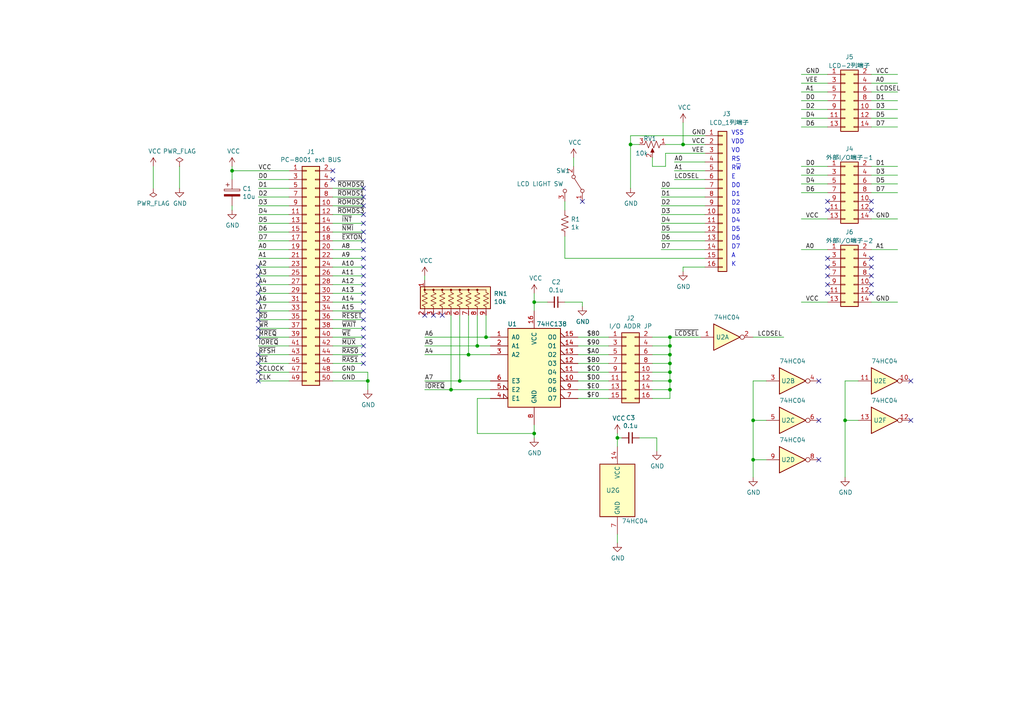
<source format=kicad_sch>
(kicad_sch (version 20230121) (generator eeschema)
  (paper "A4")
  (title_block (title "PC8001 LCD SC1602 BOARD") (date "2023-03-11") (rev "2") (company "KUNI-NET"))
  (lib_symbols
    (symbol "74xx:74HC04"
      (property "Reference" "U" (at 0 1.27 0))
      (property "Value" "74HC04" (at 0 -1.27 0))
      (symbol "74HC04_1_0"
        (polyline (pts (xy -3.81 3.81) (xy -3.81 -3.81) (xy 3.81 0) (xy -3.81 3.81)) (stroke (width 0.254)) (fill (type background)))
        (pin input line (at -7.62 0 0) (length 3.81) (name "~") (number "1"))
        (pin output inverted (at 7.62 0 180) (length 3.81) (name "~") (number "2"))
      )
      (symbol "74HC04_2_0"
        (polyline (pts (xy -3.81 3.81) (xy -3.81 -3.81) (xy 3.81 0) (xy -3.81 3.81)) (stroke (width 0.254)) (fill (type background)))
        (pin input line (at -7.62 0 0) (length 3.81) (name "~") (number "3"))
        (pin output inverted (at 7.62 0 180) (length 3.81) (name "~") (number "4"))
      )
      (symbol "74HC04_3_0"
        (polyline (pts (xy -3.81 3.81) (xy -3.81 -3.81) (xy 3.81 0) (xy -3.81 3.81)) (stroke (width 0.254)) (fill (type background)))
        (pin input line (at -7.62 0 0) (length 3.81) (name "~") (number "5"))
        (pin output inverted (at 7.62 0 180) (length 3.81) (name "~") (number "6"))
      )
      (symbol "74HC04_4_0"
        (polyline (pts (xy -3.81 3.81) (xy -3.81 -3.81) (xy 3.81 0) (xy -3.81 3.81)) (stroke (width 0.254)) (fill (type background)))
        (pin output inverted (at 7.62 0 180) (length 3.81) (name "~") (number "8"))
        (pin input line (at -7.62 0 0) (length 3.81) (name "~") (number "9"))
      )
      (symbol "74HC04_5_0"
        (polyline (pts (xy -3.81 3.81) (xy -3.81 -3.81) (xy 3.81 0) (xy -3.81 3.81)) (stroke (width 0.254)) (fill (type background)))
        (pin output inverted (at 7.62 0 180) (length 3.81) (name "~") (number "10"))
        (pin input line (at -7.62 0 0) (length 3.81) (name "~") (number "11"))
      )
      (symbol "74HC04_6_0"
        (polyline (pts (xy -3.81 3.81) (xy -3.81 -3.81) (xy 3.81 0) (xy -3.81 3.81)) (stroke (width 0.254)) (fill (type background)))
        (pin output inverted (at 7.62 0 180) (length 3.81) (name "~") (number "12"))
        (pin input line (at -7.62 0 0) (length 3.81) (name "~") (number "13"))
      )
      (symbol "74HC04_7_0"
        (pin power_in line (at 0 12.7 270) (length 5.08) (name "VCC") (number "14"))
        (pin power_in line (at 0 -12.7 90) (length 5.08) (name "GND") (number "7"))
      )
      (symbol "74HC04_7_1"
        (rectangle (start -5.08 7.62) (end 5.08 -7.62) (stroke (width 0.254)) (fill (type background)))
      )
    )
    (symbol "74xx:74LS138" (pin_names (offset 1.016))
      (property "Reference" "U" (at -7.62 11.43 0))
      (property "Value" "74LS138" (at -7.62 -13.97 0))
      (symbol "74LS138_1_0"
        (pin input line (at -12.7 7.62 0) (length 5.08) (name "A0") (number "1"))
        (pin output output_low (at 12.7 -5.08 180) (length 5.08) (name "O5") (number "10"))
        (pin output output_low (at 12.7 -2.54 180) (length 5.08) (name "O4") (number "11"))
        (pin output output_low (at 12.7 0 180) (length 5.08) (name "O3") (number "12"))
        (pin output output_low (at 12.7 2.54 180) (length 5.08) (name "O2") (number "13"))
        (pin output output_low (at 12.7 5.08 180) (length 5.08) (name "O1") (number "14"))
        (pin output output_low (at 12.7 7.62 180) (length 5.08) (name "O0") (number "15"))
        (pin power_in line (at 0 15.24 270) (length 5.08) (name "VCC") (number "16"))
        (pin input line (at -12.7 5.08 0) (length 5.08) (name "A1") (number "2"))
        (pin input line (at -12.7 2.54 0) (length 5.08) (name "A2") (number "3"))
        (pin input input_low (at -12.7 -10.16 0) (length 5.08) (name "E1") (number "4"))
        (pin input input_low (at -12.7 -7.62 0) (length 5.08) (name "E2") (number "5"))
        (pin input line (at -12.7 -5.08 0) (length 5.08) (name "E3") (number "6"))
        (pin output output_low (at 12.7 -10.16 180) (length 5.08) (name "O7") (number "7"))
        (pin power_in line (at 0 -17.78 90) (length 5.08) (name "GND") (number "8"))
        (pin output output_low (at 12.7 -7.62 180) (length 5.08) (name "O6") (number "9"))
      )
      (symbol "74LS138_1_1"
        (rectangle (start -7.62 10.16) (end 7.62 -12.7) (stroke (width 0.254)) (fill (type background)))
      )
    )
    (symbol "Connector_Generic:Conn_01x16" (pin_names (offset 1.016) hide)
      (property "Reference" "J" (at 0 20.32 0))
      (property "Value" "Conn_01x16" (at 0 -22.86 0))
      (symbol "Conn_01x16_1_1"
        (rectangle (start -1.27 -20.193) (end 0 -20.447) (stroke (width 0.1524)))
        (rectangle (start -1.27 -17.653) (end 0 -17.907) (stroke (width 0.1524)))
        (rectangle (start -1.27 -15.113) (end 0 -15.367) (stroke (width 0.1524)))
        (rectangle (start -1.27 -12.573) (end 0 -12.827) (stroke (width 0.1524)))
        (rectangle (start -1.27 -10.033) (end 0 -10.287) (stroke (width 0.1524)))
        (rectangle (start -1.27 -7.493) (end 0 -7.747) (stroke (width 0.1524)))
        (rectangle (start -1.27 -4.953) (end 0 -5.207) (stroke (width 0.1524)))
        (rectangle (start -1.27 -2.413) (end 0 -2.667) (stroke (width 0.1524)))
        (rectangle (start -1.27 0.127) (end 0 -0.127) (stroke (width 0.1524)))
        (rectangle (start -1.27 2.667) (end 0 2.413) (stroke (width 0.1524)))
        (rectangle (start -1.27 5.207) (end 0 4.953) (stroke (width 0.1524)))
        (rectangle (start -1.27 7.747) (end 0 7.493) (stroke (width 0.1524)))
        (rectangle (start -1.27 10.287) (end 0 10.033) (stroke (width 0.1524)))
        (rectangle (start -1.27 12.827) (end 0 12.573) (stroke (width 0.1524)))
        (rectangle (start -1.27 15.367) (end 0 15.113) (stroke (width 0.1524)))
        (rectangle (start -1.27 17.907) (end 0 17.653) (stroke (width 0.1524)))
        (rectangle (start -1.27 19.05) (end 1.27 -21.59) (stroke (width 0.254)) (fill (type background)))
        (pin passive line (at -5.08 17.78 0) (length 3.81) (name "Pin_1") (number "1"))
        (pin passive line (at -5.08 -5.08 0) (length 3.81) (name "Pin_10") (number "10"))
        (pin passive line (at -5.08 -7.62 0) (length 3.81) (name "Pin_11") (number "11"))
        (pin passive line (at -5.08 -10.16 0) (length 3.81) (name "Pin_12") (number "12"))
        (pin passive line (at -5.08 -12.7 0) (length 3.81) (name "Pin_13") (number "13"))
        (pin passive line (at -5.08 -15.24 0) (length 3.81) (name "Pin_14") (number "14"))
        (pin passive line (at -5.08 -17.78 0) (length 3.81) (name "Pin_15") (number "15"))
        (pin passive line (at -5.08 -20.32 0) (length 3.81) (name "Pin_16") (number "16"))
        (pin passive line (at -5.08 15.24 0) (length 3.81) (name "Pin_2") (number "2"))
        (pin passive line (at -5.08 12.7 0) (length 3.81) (name "Pin_3") (number "3"))
        (pin passive line (at -5.08 10.16 0) (length 3.81) (name "Pin_4") (number "4"))
        (pin passive line (at -5.08 7.62 0) (length 3.81) (name "Pin_5") (number "5"))
        (pin passive line (at -5.08 5.08 0) (length 3.81) (name "Pin_6") (number "6"))
        (pin passive line (at -5.08 2.54 0) (length 3.81) (name "Pin_7") (number "7"))
        (pin passive line (at -5.08 0 0) (length 3.81) (name "Pin_8") (number "8"))
        (pin passive line (at -5.08 -2.54 0) (length 3.81) (name "Pin_9") (number "9"))
      )
    )
    (symbol "Connector_Generic:Conn_02x07_Odd_Even" (pin_names (offset 1.016) hide)
      (property "Reference" "J" (at 1.27 10.16 0))
      (property "Value" "Conn_02x07_Odd_Even" (at 1.27 -10.16 0))
      (symbol "Conn_02x07_Odd_Even_1_1"
        (rectangle (start -1.27 -7.493) (end 0 -7.747) (stroke (width 0.1524)))
        (rectangle (start -1.27 -4.953) (end 0 -5.207) (stroke (width 0.1524)))
        (rectangle (start -1.27 -2.413) (end 0 -2.667) (stroke (width 0.1524)))
        (rectangle (start -1.27 0.127) (end 0 -0.127) (stroke (width 0.1524)))
        (rectangle (start -1.27 2.667) (end 0 2.413) (stroke (width 0.1524)))
        (rectangle (start -1.27 5.207) (end 0 4.953) (stroke (width 0.1524)))
        (rectangle (start -1.27 7.747) (end 0 7.493) (stroke (width 0.1524)))
        (rectangle (start -1.27 8.89) (end 3.81 -8.89) (stroke (width 0.254)) (fill (type background)))
        (rectangle (start 3.81 -7.493) (end 2.54 -7.747) (stroke (width 0.1524)))
        (rectangle (start 3.81 -4.953) (end 2.54 -5.207) (stroke (width 0.1524)))
        (rectangle (start 3.81 -2.413) (end 2.54 -2.667) (stroke (width 0.1524)))
        (rectangle (start 3.81 0.127) (end 2.54 -0.127) (stroke (width 0.1524)))
        (rectangle (start 3.81 2.667) (end 2.54 2.413) (stroke (width 0.1524)))
        (rectangle (start 3.81 5.207) (end 2.54 4.953) (stroke (width 0.1524)))
        (rectangle (start 3.81 7.747) (end 2.54 7.493) (stroke (width 0.1524)))
        (pin passive line (at -5.08 7.62 0) (length 3.81) (name "Pin_1") (number "1"))
        (pin passive line (at 7.62 -2.54 180) (length 3.81) (name "Pin_10") (number "10"))
        (pin passive line (at -5.08 -5.08 0) (length 3.81) (name "Pin_11") (number "11"))
        (pin passive line (at 7.62 -5.08 180) (length 3.81) (name "Pin_12") (number "12"))
        (pin passive line (at -5.08 -7.62 0) (length 3.81) (name "Pin_13") (number "13"))
        (pin passive line (at 7.62 -7.62 180) (length 3.81) (name "Pin_14") (number "14"))
        (pin passive line (at 7.62 7.62 180) (length 3.81) (name "Pin_2") (number "2"))
        (pin passive line (at -5.08 5.08 0) (length 3.81) (name "Pin_3") (number "3"))
        (pin passive line (at 7.62 5.08 180) (length 3.81) (name "Pin_4") (number "4"))
        (pin passive line (at -5.08 2.54 0) (length 3.81) (name "Pin_5") (number "5"))
        (pin passive line (at 7.62 2.54 180) (length 3.81) (name "Pin_6") (number "6"))
        (pin passive line (at -5.08 0 0) (length 3.81) (name "Pin_7") (number "7"))
        (pin passive line (at 7.62 0 180) (length 3.81) (name "Pin_8") (number "8"))
        (pin passive line (at -5.08 -2.54 0) (length 3.81) (name "Pin_9") (number "9"))
      )
    )
    (symbol "Connector_Generic:Conn_02x08_Odd_Even" (pin_names (offset 1.016) hide)
      (property "Reference" "J" (at 1.27 10.16 0))
      (property "Value" "Conn_02x08_Odd_Even" (at 1.27 -12.7 0))
      (symbol "Conn_02x08_Odd_Even_1_1"
        (rectangle (start -1.27 -10.033) (end 0 -10.287) (stroke (width 0.1524)))
        (rectangle (start -1.27 -7.493) (end 0 -7.747) (stroke (width 0.1524)))
        (rectangle (start -1.27 -4.953) (end 0 -5.207) (stroke (width 0.1524)))
        (rectangle (start -1.27 -2.413) (end 0 -2.667) (stroke (width 0.1524)))
        (rectangle (start -1.27 0.127) (end 0 -0.127) (stroke (width 0.1524)))
        (rectangle (start -1.27 2.667) (end 0 2.413) (stroke (width 0.1524)))
        (rectangle (start -1.27 5.207) (end 0 4.953) (stroke (width 0.1524)))
        (rectangle (start -1.27 7.747) (end 0 7.493) (stroke (width 0.1524)))
        (rectangle (start -1.27 8.89) (end 3.81 -11.43) (stroke (width 0.254)) (fill (type background)))
        (rectangle (start 3.81 -10.033) (end 2.54 -10.287) (stroke (width 0.1524)))
        (rectangle (start 3.81 -7.493) (end 2.54 -7.747) (stroke (width 0.1524)))
        (rectangle (start 3.81 -4.953) (end 2.54 -5.207) (stroke (width 0.1524)))
        (rectangle (start 3.81 -2.413) (end 2.54 -2.667) (stroke (width 0.1524)))
        (rectangle (start 3.81 0.127) (end 2.54 -0.127) (stroke (width 0.1524)))
        (rectangle (start 3.81 2.667) (end 2.54 2.413) (stroke (width 0.1524)))
        (rectangle (start 3.81 5.207) (end 2.54 4.953) (stroke (width 0.1524)))
        (rectangle (start 3.81 7.747) (end 2.54 7.493) (stroke (width 0.1524)))
        (pin passive line (at -5.08 7.62 0) (length 3.81) (name "Pin_1") (number "1"))
        (pin passive line (at 7.62 -2.54 180) (length 3.81) (name "Pin_10") (number "10"))
        (pin passive line (at -5.08 -5.08 0) (length 3.81) (name "Pin_11") (number "11"))
        (pin passive line (at 7.62 -5.08 180) (length 3.81) (name "Pin_12") (number "12"))
        (pin passive line (at -5.08 -7.62 0) (length 3.81) (name "Pin_13") (number "13"))
        (pin passive line (at 7.62 -7.62 180) (length 3.81) (name "Pin_14") (number "14"))
        (pin passive line (at -5.08 -10.16 0) (length 3.81) (name "Pin_15") (number "15"))
        (pin passive line (at 7.62 -10.16 180) (length 3.81) (name "Pin_16") (number "16"))
        (pin passive line (at 7.62 7.62 180) (length 3.81) (name "Pin_2") (number "2"))
        (pin passive line (at -5.08 5.08 0) (length 3.81) (name "Pin_3") (number "3"))
        (pin passive line (at 7.62 5.08 180) (length 3.81) (name "Pin_4") (number "4"))
        (pin passive line (at -5.08 2.54 0) (length 3.81) (name "Pin_5") (number "5"))
        (pin passive line (at 7.62 2.54 180) (length 3.81) (name "Pin_6") (number "6"))
        (pin passive line (at -5.08 0 0) (length 3.81) (name "Pin_7") (number "7"))
        (pin passive line (at 7.62 0 180) (length 3.81) (name "Pin_8") (number "8"))
        (pin passive line (at -5.08 -2.54 0) (length 3.81) (name "Pin_9") (number "9"))
      )
    )
    (symbol "Connector_Generic:Conn_02x25_Odd_Even" (pin_names (offset 1.016) hide)
      (property "Reference" "J" (at 1.27 33.02 0))
      (property "Value" "Conn_02x25_Odd_Even" (at 1.27 -33.02 0))
      (symbol "Conn_02x25_Odd_Even_1_1"
        (rectangle (start -1.27 -30.353) (end 0 -30.607) (stroke (width 0.1524)))
        (rectangle (start -1.27 -27.813) (end 0 -28.067) (stroke (width 0.1524)))
        (rectangle (start -1.27 -25.273) (end 0 -25.527) (stroke (width 0.1524)))
        (rectangle (start -1.27 -22.733) (end 0 -22.987) (stroke (width 0.1524)))
        (rectangle (start -1.27 -20.193) (end 0 -20.447) (stroke (width 0.1524)))
        (rectangle (start -1.27 -17.653) (end 0 -17.907) (stroke (width 0.1524)))
        (rectangle (start -1.27 -15.113) (end 0 -15.367) (stroke (width 0.1524)))
        (rectangle (start -1.27 -12.573) (end 0 -12.827) (stroke (width 0.1524)))
        (rectangle (start -1.27 -10.033) (end 0 -10.287) (stroke (width 0.1524)))
        (rectangle (start -1.27 -7.493) (end 0 -7.747) (stroke (width 0.1524)))
        (rectangle (start -1.27 -4.953) (end 0 -5.207) (stroke (width 0.1524)))
        (rectangle (start -1.27 -2.413) (end 0 -2.667) (stroke (width 0.1524)))
        (rectangle (start -1.27 0.127) (end 0 -0.127) (stroke (width 0.1524)))
        (rectangle (start -1.27 2.667) (end 0 2.413) (stroke (width 0.1524)))
        (rectangle (start -1.27 5.207) (end 0 4.953) (stroke (width 0.1524)))
        (rectangle (start -1.27 7.747) (end 0 7.493) (stroke (width 0.1524)))
        (rectangle (start -1.27 10.287) (end 0 10.033) (stroke (width 0.1524)))
        (rectangle (start -1.27 12.827) (end 0 12.573) (stroke (width 0.1524)))
        (rectangle (start -1.27 15.367) (end 0 15.113) (stroke (width 0.1524)))
        (rectangle (start -1.27 17.907) (end 0 17.653) (stroke (width 0.1524)))
        (rectangle (start -1.27 20.447) (end 0 20.193) (stroke (width 0.1524)))
        (rectangle (start -1.27 22.987) (end 0 22.733) (stroke (width 0.1524)))
        (rectangle (start -1.27 25.527) (end 0 25.273) (stroke (width 0.1524)))
        (rectangle (start -1.27 28.067) (end 0 27.813) (stroke (width 0.1524)))
        (rectangle (start -1.27 30.607) (end 0 30.353) (stroke (width 0.1524)))
        (rectangle (start -1.27 31.75) (end 3.81 -31.75) (stroke (width 0.254)) (fill (type background)))
        (rectangle (start 3.81 -30.353) (end 2.54 -30.607) (stroke (width 0.1524)))
        (rectangle (start 3.81 -27.813) (end 2.54 -28.067) (stroke (width 0.1524)))
        (rectangle (start 3.81 -25.273) (end 2.54 -25.527) (stroke (width 0.1524)))
        (rectangle (start 3.81 -22.733) (end 2.54 -22.987) (stroke (width 0.1524)))
        (rectangle (start 3.81 -20.193) (end 2.54 -20.447) (stroke (width 0.1524)))
        (rectangle (start 3.81 -17.653) (end 2.54 -17.907) (stroke (width 0.1524)))
        (rectangle (start 3.81 -15.113) (end 2.54 -15.367) (stroke (width 0.1524)))
        (rectangle (start 3.81 -12.573) (end 2.54 -12.827) (stroke (width 0.1524)))
        (rectangle (start 3.81 -10.033) (end 2.54 -10.287) (stroke (width 0.1524)))
        (rectangle (start 3.81 -7.493) (end 2.54 -7.747) (stroke (width 0.1524)))
        (rectangle (start 3.81 -4.953) (end 2.54 -5.207) (stroke (width 0.1524)))
        (rectangle (start 3.81 -2.413) (end 2.54 -2.667) (stroke (width 0.1524)))
        (rectangle (start 3.81 0.127) (end 2.54 -0.127) (stroke (width 0.1524)))
        (rectangle (start 3.81 2.667) (end 2.54 2.413) (stroke (width 0.1524)))
        (rectangle (start 3.81 5.207) (end 2.54 4.953) (stroke (width 0.1524)))
        (rectangle (start 3.81 7.747) (end 2.54 7.493) (stroke (width 0.1524)))
        (rectangle (start 3.81 10.287) (end 2.54 10.033) (stroke (width 0.1524)))
        (rectangle (start 3.81 12.827) (end 2.54 12.573) (stroke (width 0.1524)))
        (rectangle (start 3.81 15.367) (end 2.54 15.113) (stroke (width 0.1524)))
        (rectangle (start 3.81 17.907) (end 2.54 17.653) (stroke (width 0.1524)))
        (rectangle (start 3.81 20.447) (end 2.54 20.193) (stroke (width 0.1524)))
        (rectangle (start 3.81 22.987) (end 2.54 22.733) (stroke (width 0.1524)))
        (rectangle (start 3.81 25.527) (end 2.54 25.273) (stroke (width 0.1524)))
        (rectangle (start 3.81 28.067) (end 2.54 27.813) (stroke (width 0.1524)))
        (rectangle (start 3.81 30.607) (end 2.54 30.353) (stroke (width 0.1524)))
        (pin passive line (at -5.08 30.48 0) (length 3.81) (name "Pin_1") (number "1"))
        (pin passive line (at 7.62 20.32 180) (length 3.81) (name "Pin_10") (number "10"))
        (pin passive line (at -5.08 17.78 0) (length 3.81) (name "Pin_11") (number "11"))
        (pin passive line (at 7.62 17.78 180) (length 3.81) (name "Pin_12") (number "12"))
        (pin passive line (at -5.08 15.24 0) (length 3.81) (name "Pin_13") (number "13"))
        (pin passive line (at 7.62 15.24 180) (length 3.81) (name "Pin_14") (number "14"))
        (pin passive line (at -5.08 12.7 0) (length 3.81) (name "Pin_15") (number "15"))
        (pin passive line (at 7.62 12.7 180) (length 3.81) (name "Pin_16") (number "16"))
        (pin passive line (at -5.08 10.16 0) (length 3.81) (name "Pin_17") (number "17"))
        (pin passive line (at 7.62 10.16 180) (length 3.81) (name "Pin_18") (number "18"))
        (pin passive line (at -5.08 7.62 0) (length 3.81) (name "Pin_19") (number "19"))
        (pin passive line (at 7.62 30.48 180) (length 3.81) (name "Pin_2") (number "2"))
        (pin passive line (at 7.62 7.62 180) (length 3.81) (name "Pin_20") (number "20"))
        (pin passive line (at -5.08 5.08 0) (length 3.81) (name "Pin_21") (number "21"))
        (pin passive line (at 7.62 5.08 180) (length 3.81) (name "Pin_22") (number "22"))
        (pin passive line (at -5.08 2.54 0) (length 3.81) (name "Pin_23") (number "23"))
        (pin passive line (at 7.62 2.54 180) (length 3.81) (name "Pin_24") (number "24"))
        (pin passive line (at -5.08 0 0) (length 3.81) (name "Pin_25") (number "25"))
        (pin passive line (at 7.62 0 180) (length 3.81) (name "Pin_26") (number "26"))
        (pin passive line (at -5.08 -2.54 0) (length 3.81) (name "Pin_27") (number "27"))
        (pin passive line (at 7.62 -2.54 180) (length 3.81) (name "Pin_28") (number "28"))
        (pin passive line (at -5.08 -5.08 0) (length 3.81) (name "Pin_29") (number "29"))
        (pin passive line (at -5.08 27.94 0) (length 3.81) (name "Pin_3") (number "3"))
        (pin passive line (at 7.62 -5.08 180) (length 3.81) (name "Pin_30") (number "30"))
        (pin passive line (at -5.08 -7.62 0) (length 3.81) (name "Pin_31") (number "31"))
        (pin passive line (at 7.62 -7.62 180) (length 3.81) (name "Pin_32") (number "32"))
        (pin passive line (at -5.08 -10.16 0) (length 3.81) (name "Pin_33") (number "33"))
        (pin passive line (at 7.62 -10.16 180) (length 3.81) (name "Pin_34") (number "34"))
        (pin passive line (at -5.08 -12.7 0) (length 3.81) (name "Pin_35") (number "35"))
        (pin passive line (at 7.62 -12.7 180) (length 3.81) (name "Pin_36") (number "36"))
        (pin passive line (at -5.08 -15.24 0) (length 3.81) (name "Pin_37") (number "37"))
        (pin passive line (at 7.62 -15.24 180) (length 3.81) (name "Pin_38") (number "38"))
        (pin passive line (at -5.08 -17.78 0) (length 3.81) (name "Pin_39") (number "39"))
        (pin passive line (at 7.62 27.94 180) (length 3.81) (name "Pin_4") (number "4"))
        (pin passive line (at 7.62 -17.78 180) (length 3.81) (name "Pin_40") (number "40"))
        (pin passive line (at -5.08 -20.32 0) (length 3.81) (name "Pin_41") (number "41"))
        (pin passive line (at 7.62 -20.32 180) (length 3.81) (name "Pin_42") (number "42"))
        (pin passive line (at -5.08 -22.86 0) (length 3.81) (name "Pin_43") (number "43"))
        (pin passive line (at 7.62 -22.86 180) (length 3.81) (name "Pin_44") (number "44"))
        (pin passive line (at -5.08 -25.4 0) (length 3.81) (name "Pin_45") (number "45"))
        (pin passive line (at 7.62 -25.4 180) (length 3.81) (name "Pin_46") (number "46"))
        (pin passive line (at -5.08 -27.94 0) (length 3.81) (name "Pin_47") (number "47"))
        (pin passive line (at 7.62 -27.94 180) (length 3.81) (name "Pin_48") (number "48"))
        (pin passive line (at -5.08 -30.48 0) (length 3.81) (name "Pin_49") (number "49"))
        (pin passive line (at -5.08 25.4 0) (length 3.81) (name "Pin_5") (number "5"))
        (pin passive line (at 7.62 -30.48 180) (length 3.81) (name "Pin_50") (number "50"))
        (pin passive line (at 7.62 25.4 180) (length 3.81) (name "Pin_6") (number "6"))
        (pin passive line (at -5.08 22.86 0) (length 3.81) (name "Pin_7") (number "7"))
        (pin passive line (at 7.62 22.86 180) (length 3.81) (name "Pin_8") (number "8"))
        (pin passive line (at -5.08 20.32 0) (length 3.81) (name "Pin_9") (number "9"))
      )
    )
    (symbol "Device:C_Small" (pin_numbers hide) (pin_names (offset 0.254) hide)
      (property "Reference" "C" (at 0.254 1.778 0))
      (property "Value" "C_Small" (at 0.254 -2.032 0))
      (symbol "C_Small_0_1"
        (polyline (pts (xy -1.524 -0.508) (xy 1.524 -0.508)) (stroke (width 0.3302)))
        (polyline (pts (xy -1.524 0.508) (xy 1.524 0.508)) (stroke (width 0.3048)))
      )
      (symbol "C_Small_1_1"
        (pin passive line (at 0 2.54 270) (length 2.032) (name "~") (number "1"))
        (pin passive line (at 0 -2.54 90) (length 2.032) (name "~") (number "2"))
      )
    )
    (symbol "Device:R_Network08_US" (pin_names (offset 0) hide)
      (property "Reference" "RN" (at -12.7 0 90))
      (property "Value" "R_Network08_US" (at 10.16 0 90))
      (symbol "R_Network08_US_0_1"
        (rectangle (start -11.43 -3.175) (end 8.89 3.175) (stroke (width 0.254)) (fill (type background)))
        (circle (center -10.16 2.286) (radius 0.254) (fill (type outline)))
        (circle (center -7.62 2.286) (radius 0.254) (fill (type outline)))
        (circle (center -5.08 2.286) (radius 0.254) (fill (type outline)))
        (circle (center -2.54 2.286) (radius 0.254) (fill (type outline)))
        (polyline (pts (xy -10.16 2.286) (xy 7.62 2.286)))
        (polyline (pts (xy -10.16 2.286) (xy -10.16 1.524) (xy -9.398 1.1684) (xy -10.922 0.508) (xy -9.398 -0.1524) (xy -10.922 -0.8382) (xy -9.398 -1.524) (xy -10.922 -2.1844) (xy -10.16 -2.54) (xy -10.16 -3.81)))
        (polyline (pts (xy -7.62 2.286) (xy -7.62 1.524) (xy -6.858 1.1684) (xy -8.382 0.508) (xy -6.858 -0.1524) (xy -8.382 -0.8382) (xy -6.858 -1.524) (xy -8.382 -2.1844) (xy -7.62 -2.54) (xy -7.62 -3.81)))
        (polyline (pts (xy -5.08 2.286) (xy -5.08 1.524) (xy -4.318 1.1684) (xy -5.842 0.508) (xy -4.318 -0.1524) (xy -5.842 -0.8382) (xy -4.318 -1.524) (xy -5.842 -2.1844) (xy -5.08 -2.54) (xy -5.08 -3.81)))
        (polyline (pts (xy -2.54 2.286) (xy -2.54 1.524) (xy -1.778 1.1684) (xy -3.302 0.508) (xy -1.778 -0.1524) (xy -3.302 -0.8382) (xy -1.778 -1.524) (xy -3.302 -2.1844) (xy -2.54 -2.54) (xy -2.54 -3.81)))
        (polyline (pts (xy 0 2.286) (xy 0 1.524) (xy 0.762 1.1684) (xy -0.762 0.508) (xy 0.762 -0.1524) (xy -0.762 -0.8382) (xy 0.762 -1.524) (xy -0.762 -2.1844) (xy 0 -2.54) (xy 0 -3.81)))
        (polyline (pts (xy 2.54 2.286) (xy 2.54 1.524) (xy 3.302 1.1684) (xy 1.778 0.508) (xy 3.302 -0.1524) (xy 1.778 -0.8382) (xy 3.302 -1.524) (xy 1.778 -2.1844) (xy 2.54 -2.54) (xy 2.54 -3.81)))
        (polyline (pts (xy 5.08 2.286) (xy 5.08 1.524) (xy 5.842 1.1684) (xy 4.318 0.508) (xy 5.842 -0.1524) (xy 4.318 -0.8382) (xy 5.842 -1.524) (xy 4.318 -2.1844) (xy 5.08 -2.54) (xy 5.08 -3.81)))
        (polyline (pts (xy 7.62 2.286) (xy 7.62 1.524) (xy 8.382 1.1684) (xy 6.858 0.508) (xy 8.382 -0.1524) (xy 6.858 -0.8382) (xy 8.382 -1.524) (xy 6.858 -2.1844) (xy 7.62 -2.54) (xy 7.62 -3.81)))
        (circle (center 0 2.286) (radius 0.254) (fill (type outline)))
        (circle (center 2.54 2.286) (radius 0.254) (fill (type outline)))
        (circle (center 5.08 2.286) (radius 0.254) (fill (type outline)))
      )
      (symbol "R_Network08_US_1_1"
        (pin passive line (at -10.16 5.08 270) (length 2.54) (name "common") (number "1"))
        (pin passive line (at -10.16 -5.08 90) (length 1.27) (name "R1") (number "2"))
        (pin passive line (at -7.62 -5.08 90) (length 1.27) (name "R2") (number "3"))
        (pin passive line (at -5.08 -5.08 90) (length 1.27) (name "R3") (number "4"))
        (pin passive line (at -2.54 -5.08 90) (length 1.27) (name "R4") (number "5"))
        (pin passive line (at 0 -5.08 90) (length 1.27) (name "R5") (number "6"))
        (pin passive line (at 2.54 -5.08 90) (length 1.27) (name "R6") (number "7"))
        (pin passive line (at 5.08 -5.08 90) (length 1.27) (name "R7") (number "8"))
        (pin passive line (at 7.62 -5.08 90) (length 1.27) (name "R8") (number "9"))
      )
    )
    (symbol "Device:R_US" (pin_numbers hide) (pin_names (offset 0))
      (property "Reference" "R" (at 2.54 0 90))
      (property "Value" "R_US" (at -2.54 0 90))
      (symbol "R_US_0_1"
        (polyline (pts (xy 0 -2.286) (xy 0 -2.54)))
        (polyline (pts (xy 0 2.286) (xy 0 2.54)))
        (polyline (pts (xy 0 -0.762) (xy 1.016 -1.143) (xy 0 -1.524) (xy -1.016 -1.905) (xy 0 -2.286)))
        (polyline (pts (xy 0 0.762) (xy 1.016 0.381) (xy 0 0) (xy -1.016 -0.381) (xy 0 -0.762)))
        (polyline (pts (xy 0 2.286) (xy 1.016 1.905) (xy 0 1.524) (xy -1.016 1.143) (xy 0 0.762)))
      )
      (symbol "R_US_1_1"
        (pin passive line (at 0 3.81 270) (length 1.27) (name "~") (number "1"))
        (pin passive line (at 0 -3.81 90) (length 1.27) (name "~") (number "2"))
      )
    )
    (symbol "PC8001-SC1602-rescue:CP-Device" (pin_numbers hide) (pin_names (offset 0.254))
      (property "Reference" "C" (at 0.635 2.54 0))
      (property "Value" "Device_CP" (at 0.635 -2.54 0))
      (symbol "CP-Device_0_1"
        (rectangle (start -2.286 0.508) (end 2.286 1.016))
        (polyline (pts (xy -1.778 2.286) (xy -0.762 2.286)))
        (polyline (pts (xy -1.27 2.794) (xy -1.27 1.778)))
        (rectangle (start 2.286 -0.508) (end -2.286 -1.016) (fill (type outline)))
      )
      (symbol "CP-Device_1_1"
        (pin passive line (at 0 3.81 270) (length 2.794) (name "~") (number "1"))
        (pin passive line (at 0 -3.81 90) (length 2.794) (name "~") (number "2"))
      )
    )
    (symbol "PC8001-SC1602-rescue:R_POT_US-Device" (pin_names (offset 1.016) hide)
      (property "Reference" "RV" (at -4.445 0 90))
      (property "Value" "Device_R_POT_US" (at -2.54 0 90))
      (symbol "R_POT_US-Device_0_1"
        (polyline (pts (xy 0 -2.286) (xy 0 -2.54)))
        (polyline (pts (xy 0 2.54) (xy 0 2.286)))
        (polyline (pts (xy 2.54 0) (xy 1.524 0)))
        (polyline (pts (xy 1.143 0) (xy 2.286 0.508) (xy 2.286 -0.508) (xy 1.143 0)) (fill (type outline)))
        (polyline (pts (xy 0 -0.762) (xy 1.016 -1.143) (xy 0 -1.524) (xy -1.016 -1.905) (xy 0 -2.286)))
        (polyline (pts (xy 0 0.762) (xy 1.016 0.381) (xy 0 0) (xy -1.016 -0.381) (xy 0 -0.762)))
        (polyline (pts (xy 0 2.286) (xy 1.016 1.905) (xy 0 1.524) (xy -1.016 1.143) (xy 0 0.762)))
      )
      (symbol "R_POT_US-Device_1_1"
        (pin passive line (at 0 3.81 270) (length 1.27) (name "1") (number "1"))
        (pin passive line (at 3.81 0 180) (length 1.27) (name "2") (number "2"))
        (pin passive line (at 0 -3.81 90) (length 1.27) (name "3") (number "3"))
      )
    )
    (symbol "Switch:SW_SPDT" (pin_names (offset 0) hide)
      (property "Reference" "SW" (at 0 4.318 0))
      (property "Value" "SW_SPDT" (at 0 -5.08 0))
      (symbol "SW_SPDT_0_0"
        (circle (center -2.032 0) (radius 0.508))
        (circle (center 2.032 -2.54) (radius 0.508))
      )
      (symbol "SW_SPDT_0_1"
        (polyline (pts (xy -1.524 0.254) (xy 1.651 2.286)))
        (circle (center 2.032 2.54) (radius 0.508))
      )
      (symbol "SW_SPDT_1_1"
        (pin passive line (at 5.08 2.54 180) (length 2.54) (name "A") (number "1"))
        (pin passive line (at -5.08 0 0) (length 2.54) (name "B") (number "2"))
        (pin passive line (at 5.08 -2.54 180) (length 2.54) (name "C") (number "3"))
      )
    )
    (symbol "power:GND" (power) (pin_names (offset 0))
      (property "Value" "GND" (at 0 -3.81 0))
      (symbol "GND_0_1"
        (polyline (pts (xy 0 0) (xy 0 -1.27) (xy 1.27 -1.27) (xy 0 -2.54) (xy -1.27 -1.27) (xy 0 -1.27)))
      )
      (symbol "GND_1_1"
        (pin power_in line (at 0 0 270) (length 0) hide (name "GND") (number "1"))
      )
    )
    (symbol "power:PWR_FLAG" (power) (pin_numbers hide) (pin_names (offset 0) hide)
      (property "Value" "PWR_FLAG" (at 0 3.81 0))
      (symbol "PWR_FLAG_0_0"
        (pin power_out line (at 0 0 90) (length 0) (name "pwr") (number "1"))
      )
      (symbol "PWR_FLAG_0_1"
        (polyline (pts (xy 0 0) (xy 0 1.27) (xy -1.016 1.905) (xy 0 2.54) (xy 1.016 1.905) (xy 0 1.27)))
      )
    )
    (symbol "power:VCC" (power) (pin_names (offset 0))
      (property "Value" "VCC" (at 0 3.81 0))
      (symbol "VCC_0_1"
        (polyline (pts (xy -0.762 1.27) (xy 0 2.54)))
        (polyline (pts (xy 0 0) (xy 0 2.54)))
        (polyline (pts (xy 0 2.54) (xy 0.762 1.27)))
      )
      (symbol "VCC_1_1"
        (pin power_in line (at 0 0 90) (length 0) hide (name "VCC") (number "1"))
      )
    )
  )
  (junction (at 194.31 97.79))
  (junction (at 194.31 107.95))
  (junction (at 179.07 127))
  (junction (at 198.12 41.91))
  (junction (at 154.94 125.73))
  (junction (at 138.43 100.33))
  (junction (at 106.68 110.49))
  (junction (at 133.35 110.49))
  (junction (at 140.97 97.79))
  (junction (at 245.11 121.92))
  (junction (at 194.31 110.49))
  (junction (at 218.44 133.35))
  (junction (at 194.31 102.87))
  (junction (at 130.81 113.03))
  (junction (at 218.44 121.92))
  (junction (at 182.88 41.91))
  (junction (at 154.94 87.63))
  (junction (at 67.31 49.53))
  (junction (at 194.31 100.33))
  (junction (at 194.31 105.41))
  (junction (at 135.89 102.87))
  (junction (at 194.31 113.03))
  (no_connect (at 252.73 58.42))
  (no_connect (at 252.73 80.01))
  (no_connect (at 74.93 102.87))
  (no_connect (at 264.16 121.92))
  (no_connect (at 264.16 110.49))
  (no_connect (at 240.03 80.01))
  (no_connect (at 240.03 60.96))
  (no_connect (at 105.41 64.77))
  (no_connect (at 74.93 77.47))
  (no_connect (at 105.41 80.01))
  (no_connect (at 252.73 82.55))
  (no_connect (at 74.93 87.63))
  (no_connect (at 105.41 90.17))
  (no_connect (at 105.41 67.31))
  (no_connect (at 237.49 121.92))
  (no_connect (at 128.27 91.44))
  (no_connect (at 105.41 87.63))
  (no_connect (at 168.91 58.42))
  (no_connect (at 252.73 85.09))
  (no_connect (at 105.41 82.55))
  (no_connect (at 105.41 102.87))
  (no_connect (at 105.41 95.25))
  (no_connect (at 74.93 97.79))
  (no_connect (at 74.93 90.17))
  (no_connect (at 240.03 85.09))
  (no_connect (at 74.93 110.49))
  (no_connect (at 252.73 60.96))
  (no_connect (at 74.93 80.01))
  (no_connect (at 237.49 110.49))
  (no_connect (at 74.93 105.41))
  (no_connect (at 105.41 62.23))
  (no_connect (at 240.03 58.42))
  (no_connect (at 240.03 77.47))
  (no_connect (at 125.73 91.44))
  (no_connect (at 237.49 133.35))
  (no_connect (at 105.41 100.33))
  (no_connect (at 96.52 52.07))
  (no_connect (at 105.41 97.79))
  (no_connect (at 240.03 74.93))
  (no_connect (at 105.41 69.85))
  (no_connect (at 74.93 82.55))
  (no_connect (at 74.93 92.71))
  (no_connect (at 74.93 107.95))
  (no_connect (at 105.41 74.93))
  (no_connect (at 105.41 77.47))
  (no_connect (at 105.41 85.09))
  (no_connect (at 123.19 91.44))
  (no_connect (at 105.41 57.15))
  (no_connect (at 105.41 105.41))
  (no_connect (at 105.41 59.69))
  (no_connect (at 105.41 92.71))
  (no_connect (at 252.73 77.47))
  (no_connect (at 74.93 85.09))
  (no_connect (at 105.41 54.61))
  (no_connect (at 96.52 49.53))
  (no_connect (at 252.73 74.93))
  (no_connect (at 74.93 95.25))
  (no_connect (at 240.03 82.55))
  (no_connect (at 105.41 72.39))
  (wire (pts (xy 74.93 74.93) (xy 83.82 74.93)))
  (wire (pts (xy 96.52 64.77) (xy 105.41 64.77)))
  (wire (pts (xy 193.04 41.91) (xy 198.12 41.91)))
  (wire (pts (xy 198.12 35.56) (xy 198.12 41.91)))
  (wire (pts (xy 74.93 67.31) (xy 83.82 67.31)))
  (wire (pts (xy 74.93 62.23) (xy 83.82 62.23)))
  (wire (pts (xy 252.73 55.88) (xy 260.35 55.88)))
  (wire (pts (xy 245.11 110.49) (xy 248.92 110.49)))
  (wire (pts (xy 96.52 110.49) (xy 106.68 110.49)))
  (wire (pts (xy 194.31 97.79) (xy 203.2 97.79)))
  (wire (pts (xy 74.93 85.09) (xy 83.82 85.09)))
  (wire (pts (xy 194.31 105.41) (xy 194.31 107.95)))
  (wire (pts (xy 193.04 44.45) (xy 204.47 44.45)))
  (wire (pts (xy 182.88 41.91) (xy 182.88 39.37)))
  (wire (pts (xy 252.73 34.29) (xy 260.35 34.29)))
  (wire (pts (xy 218.44 110.49) (xy 218.44 121.92)))
  (wire (pts (xy 189.23 113.03) (xy 194.31 113.03)))
  (wire (pts (xy 167.64 107.95) (xy 176.53 107.95)))
  (wire (pts (xy 123.19 100.33) (xy 138.43 100.33)))
  (wire (pts (xy 191.77 67.31) (xy 204.47 67.31)))
  (wire (pts (xy 232.41 24.13) (xy 240.03 24.13)))
  (wire (pts (xy 252.73 63.5) (xy 260.35 63.5)))
  (wire (pts (xy 232.41 87.63) (xy 240.03 87.63)))
  (wire (pts (xy 138.43 115.57) (xy 142.24 115.57)))
  (wire (pts (xy 44.45 48.26) (xy 44.45 54.61)))
  (wire (pts (xy 194.31 107.95) (xy 194.31 110.49)))
  (wire (pts (xy 74.93 69.85) (xy 83.82 69.85)))
  (wire (pts (xy 232.41 31.75) (xy 240.03 31.75)))
  (wire (pts (xy 182.88 41.91) (xy 182.88 54.61)))
  (wire (pts (xy 130.81 113.03) (xy 142.24 113.03)))
  (wire (pts (xy 232.41 55.88) (xy 240.03 55.88)))
  (wire (pts (xy 52.07 48.26) (xy 52.07 54.61)))
  (wire (pts (xy 194.31 110.49) (xy 194.31 113.03)))
  (wire (pts (xy 74.93 110.49) (xy 83.82 110.49)))
  (wire (pts (xy 252.73 26.67) (xy 260.35 26.67)))
  (wire (pts (xy 194.31 102.87) (xy 194.31 105.41)))
  (wire (pts (xy 96.52 92.71) (xy 105.41 92.71)))
  (wire (pts (xy 96.52 67.31) (xy 105.41 67.31)))
  (wire (pts (xy 123.19 102.87) (xy 135.89 102.87)))
  (wire (pts (xy 74.93 57.15) (xy 83.82 57.15)))
  (wire (pts (xy 179.07 129.54) (xy 179.07 127)))
  (wire (pts (xy 135.89 91.44) (xy 135.89 102.87)))
  (wire (pts (xy 96.52 74.93) (xy 105.41 74.93)))
  (wire (pts (xy 194.31 97.79) (xy 194.31 100.33)))
  (wire (pts (xy 135.89 102.87) (xy 142.24 102.87)))
  (wire (pts (xy 245.11 121.92) (xy 245.11 138.43)))
  (wire (pts (xy 74.93 77.47) (xy 83.82 77.47)))
  (wire (pts (xy 195.58 49.53) (xy 204.47 49.53)))
  (wire (pts (xy 232.41 53.34) (xy 240.03 53.34)))
  (wire (pts (xy 195.58 46.99) (xy 204.47 46.99)))
  (wire (pts (xy 74.93 92.71) (xy 83.82 92.71)))
  (wire (pts (xy 252.73 87.63) (xy 260.35 87.63)))
  (wire (pts (xy 189.23 107.95) (xy 194.31 107.95)))
  (wire (pts (xy 191.77 54.61) (xy 204.47 54.61)))
  (wire (pts (xy 74.93 107.95) (xy 83.82 107.95)))
  (wire (pts (xy 193.04 48.26) (xy 193.04 44.45)))
  (wire (pts (xy 189.23 110.49) (xy 194.31 110.49)))
  (wire (pts (xy 191.77 62.23) (xy 204.47 62.23)))
  (wire (pts (xy 138.43 91.44) (xy 138.43 100.33)))
  (wire (pts (xy 138.43 100.33) (xy 142.24 100.33)))
  (wire (pts (xy 198.12 78.74) (xy 198.12 77.47)))
  (wire (pts (xy 167.64 113.03) (xy 176.53 113.03)))
  (wire (pts (xy 96.52 57.15) (xy 105.41 57.15)))
  (wire (pts (xy 218.44 121.92) (xy 218.44 133.35)))
  (wire (pts (xy 133.35 110.49) (xy 142.24 110.49)))
  (wire (pts (xy 232.41 50.8) (xy 240.03 50.8)))
  (wire (pts (xy 67.31 59.69) (xy 67.31 60.96)))
  (wire (pts (xy 74.93 52.07) (xy 83.82 52.07)))
  (wire (pts (xy 232.41 72.39) (xy 240.03 72.39)))
  (wire (pts (xy 189.23 48.26) (xy 193.04 48.26)))
  (wire (pts (xy 163.83 68.58) (xy 163.83 74.93)))
  (wire (pts (xy 252.73 48.26) (xy 260.35 48.26)))
  (wire (pts (xy 163.83 58.42) (xy 163.83 60.96)))
  (wire (pts (xy 140.97 97.79) (xy 142.24 97.79)))
  (wire (pts (xy 74.93 72.39) (xy 83.82 72.39)))
  (wire (pts (xy 191.77 59.69) (xy 204.47 59.69)))
  (wire (pts (xy 218.44 121.92) (xy 222.25 121.92)))
  (wire (pts (xy 96.52 77.47) (xy 105.41 77.47)))
  (wire (pts (xy 189.23 105.41) (xy 194.31 105.41)))
  (wire (pts (xy 138.43 125.73) (xy 138.43 115.57)))
  (wire (pts (xy 189.23 102.87) (xy 194.31 102.87)))
  (wire (pts (xy 123.19 97.79) (xy 140.97 97.79)))
  (wire (pts (xy 96.52 90.17) (xy 105.41 90.17)))
  (wire (pts (xy 74.93 54.61) (xy 83.82 54.61)))
  (wire (pts (xy 232.41 48.26) (xy 240.03 48.26)))
  (wire (pts (xy 74.93 97.79) (xy 83.82 97.79)))
  (wire (pts (xy 166.37 45.72) (xy 166.37 48.26)))
  (wire (pts (xy 194.31 113.03) (xy 194.31 115.57)))
  (wire (pts (xy 154.94 123.19) (xy 154.94 125.73)))
  (wire (pts (xy 163.83 74.93) (xy 204.47 74.93)))
  (wire (pts (xy 194.31 100.33) (xy 194.31 102.87)))
  (wire (pts (xy 245.11 121.92) (xy 248.92 121.92)))
  (wire (pts (xy 106.68 107.95) (xy 106.68 110.49)))
  (wire (pts (xy 74.93 59.69) (xy 83.82 59.69)))
  (wire (pts (xy 96.52 87.63) (xy 105.41 87.63)))
  (wire (pts (xy 106.68 110.49) (xy 106.68 113.03)))
  (wire (pts (xy 195.58 52.07) (xy 204.47 52.07)))
  (wire (pts (xy 252.73 31.75) (xy 260.35 31.75)))
  (wire (pts (xy 179.07 154.94) (xy 179.07 157.48)))
  (wire (pts (xy 245.11 110.49) (xy 245.11 121.92)))
  (wire (pts (xy 182.88 39.37) (xy 204.47 39.37)))
  (wire (pts (xy 74.93 95.25) (xy 83.82 95.25)))
  (wire (pts (xy 189.23 100.33) (xy 194.31 100.33)))
  (wire (pts (xy 96.52 107.95) (xy 106.68 107.95)))
  (wire (pts (xy 191.77 57.15) (xy 204.47 57.15)))
  (wire (pts (xy 96.52 62.23) (xy 105.41 62.23)))
  (wire (pts (xy 167.64 100.33) (xy 176.53 100.33)))
  (wire (pts (xy 123.19 110.49) (xy 133.35 110.49)))
  (wire (pts (xy 167.64 105.41) (xy 176.53 105.41)))
  (wire (pts (xy 130.81 91.44) (xy 130.81 113.03)))
  (wire (pts (xy 191.77 64.77) (xy 204.47 64.77)))
  (wire (pts (xy 168.91 87.63) (xy 168.91 88.9)))
  (wire (pts (xy 96.52 59.69) (xy 105.41 59.69)))
  (wire (pts (xy 232.41 29.21) (xy 240.03 29.21)))
  (wire (pts (xy 232.41 21.59) (xy 240.03 21.59)))
  (wire (pts (xy 67.31 49.53) (xy 67.31 52.07)))
  (wire (pts (xy 198.12 77.47) (xy 204.47 77.47)))
  (wire (pts (xy 154.94 125.73) (xy 154.94 127)))
  (wire (pts (xy 74.93 102.87) (xy 83.82 102.87)))
  (wire (pts (xy 67.31 49.53) (xy 83.82 49.53)))
  (wire (pts (xy 74.93 100.33) (xy 83.82 100.33)))
  (wire (pts (xy 167.64 110.49) (xy 176.53 110.49)))
  (wire (pts (xy 167.64 97.79) (xy 176.53 97.79)))
  (wire (pts (xy 252.73 72.39) (xy 260.35 72.39)))
  (wire (pts (xy 185.42 127) (xy 190.5 127)))
  (wire (pts (xy 96.52 85.09) (xy 105.41 85.09)))
  (wire (pts (xy 252.73 21.59) (xy 260.35 21.59)))
  (wire (pts (xy 218.44 110.49) (xy 222.25 110.49)))
  (wire (pts (xy 232.41 36.83) (xy 240.03 36.83)))
  (wire (pts (xy 163.83 87.63) (xy 168.91 87.63)))
  (wire (pts (xy 194.31 115.57) (xy 189.23 115.57)))
  (wire (pts (xy 96.52 54.61) (xy 105.41 54.61)))
  (wire (pts (xy 154.94 87.63) (xy 158.75 87.63)))
  (wire (pts (xy 154.94 125.73) (xy 138.43 125.73)))
  (wire (pts (xy 74.93 87.63) (xy 83.82 87.63)))
  (wire (pts (xy 123.19 80.01) (xy 123.19 81.28)))
  (wire (pts (xy 74.93 80.01) (xy 83.82 80.01)))
  (wire (pts (xy 232.41 34.29) (xy 240.03 34.29)))
  (wire (pts (xy 167.64 115.57) (xy 176.53 115.57)))
  (wire (pts (xy 96.52 95.25) (xy 105.41 95.25)))
  (wire (pts (xy 218.44 133.35) (xy 218.44 138.43)))
  (wire (pts (xy 198.12 41.91) (xy 204.47 41.91)))
  (wire (pts (xy 179.07 125.73) (xy 179.07 127)))
  (wire (pts (xy 123.19 113.03) (xy 130.81 113.03)))
  (wire (pts (xy 218.44 133.35) (xy 222.25 133.35)))
  (wire (pts (xy 179.07 127) (xy 180.34 127)))
  (wire (pts (xy 189.23 45.72) (xy 189.23 48.26)))
  (wire (pts (xy 140.97 91.44) (xy 140.97 97.79)))
  (wire (pts (xy 191.77 72.39) (xy 204.47 72.39)))
  (wire (pts (xy 218.44 97.79) (xy 227.33 97.79)))
  (wire (pts (xy 252.73 53.34) (xy 260.35 53.34)))
  (wire (pts (xy 252.73 29.21) (xy 260.35 29.21)))
  (wire (pts (xy 154.94 87.63) (xy 154.94 90.17)))
  (wire (pts (xy 133.35 91.44) (xy 133.35 110.49)))
  (wire (pts (xy 191.77 69.85) (xy 204.47 69.85)))
  (wire (pts (xy 74.93 82.55) (xy 83.82 82.55)))
  (wire (pts (xy 167.64 102.87) (xy 176.53 102.87)))
  (wire (pts (xy 96.52 100.33) (xy 105.41 100.33)))
  (wire (pts (xy 96.52 69.85) (xy 105.41 69.85)))
  (wire (pts (xy 74.93 105.41) (xy 83.82 105.41)))
  (wire (pts (xy 96.52 105.41) (xy 105.41 105.41)))
  (wire (pts (xy 74.93 90.17) (xy 83.82 90.17)))
  (wire (pts (xy 252.73 36.83) (xy 260.35 36.83)))
  (wire (pts (xy 67.31 48.26) (xy 67.31 49.53)))
  (wire (pts (xy 185.42 41.91) (xy 182.88 41.91)))
  (wire (pts (xy 252.73 50.8) (xy 260.35 50.8)))
  (wire (pts (xy 96.52 97.79) (xy 105.41 97.79)))
  (wire (pts (xy 96.52 102.87) (xy 105.41 102.87)))
  (wire (pts (xy 74.93 64.77) (xy 83.82 64.77)))
  (wire (pts (xy 232.41 26.67) (xy 240.03 26.67)))
  (wire (pts (xy 154.94 85.09) (xy 154.94 87.63)))
  (wire (pts (xy 190.5 127) (xy 190.5 130.81)))
  (wire (pts (xy 96.52 80.01) (xy 105.41 80.01)))
  (wire (pts (xy 96.52 72.39) (xy 105.41 72.39)))
  (wire (pts (xy 96.52 82.55) (xy 105.41 82.55)))
  (wire (pts (xy 189.23 97.79) (xy 194.31 97.79)))
  (wire (pts (xy 252.73 24.13) (xy 260.35 24.13)))
  (wire (pts (xy 232.41 63.5) (xy 240.03 63.5)))
  (text "D1" (at 212.09 57.15 0) (effects (font (size 1.27 1.27)) (justify left bottom)))
  (text "RS" (at 212.09 46.99 0) (effects (font (size 1.27 1.27)) (justify left bottom)))
  (text "D5" (at 212.09 67.31 0) (effects (font (size 1.27 1.27)) (justify left bottom)))
  (text "D2" (at 212.09 59.69 0) (effects (font (size 1.27 1.27)) (justify left bottom)))
  (text "A" (at 212.09 74.93 0) (effects (font (size 1.27 1.27)) (justify left bottom)))
  (text "VSS" (at 212.09 39.37 0) (effects (font (size 1.27 1.27)) (justify left bottom)))
  (text "D3" (at 212.09 62.23 0) (effects (font (size 1.27 1.27)) (justify left bottom)))
  (text "VO" (at 212.09 44.45 0) (effects (font (size 1.27 1.27)) (justify left bottom)))
  (text "D6" (at 212.09 69.85 0) (effects (font (size 1.27 1.27)) (justify left bottom)))
  (text "K" (at 212.09 77.47 0) (effects (font (size 1.27 1.27)) (justify left bottom)))
  (text "VDD" (at 212.09 41.91 0) (effects (font (size 1.27 1.27)) (justify left bottom)))
  (text "D4" (at 212.09 64.77 0) (effects (font (size 1.27 1.27)) (justify left bottom)))
  (text "D7" (at 212.09 72.39 0) (effects (font (size 1.27 1.27)) (justify left bottom)))
  (text "R~{W}" (at 212.09 49.53 0) (effects (font (size 1.27 1.27)) (justify left bottom)))
  (text "E" (at 212.09 52.07 0) (effects (font (size 1.27 1.27)) (justify left bottom)))
  (text "D0" (at 212.09 54.61 0) (effects (font (size 1.27 1.27)) (justify left bottom)))
  (label "D1" (at 254 29.21 0))
  (label "D7" (at 74.93 69.85 0))
  (label "~{LCDSEL}" (at 195.58 97.79 0))
  (label "D1" (at 74.93 54.61 0))
  (label "D6" (at 191.77 69.85 0))
  (label "SCLOCK" (at 74.93 107.95 0))
  (label "~{IOREQ}" (at 123.19 113.03 0))
  (label "D7" (at 254 36.83 0))
  (label "D3" (at 191.77 62.23 0))
  (label "D4" (at 233.68 53.34 0))
  (label "A13" (at 99.06 85.09 0))
  (label "A14" (at 99.06 87.63 0))
  (label "A15" (at 99.06 90.17 0))
  (label "A0" (at 195.58 46.99 0))
  (label "~{ROMDS1}" (at 97.79 57.15 0))
  (label "VEE" (at 233.68 24.13 0))
  (label "$F0" (at 170.18 115.57 0))
  (label "A6" (at 74.93 87.63 0))
  (label "D4" (at 74.93 62.23 0))
  (label "CLK" (at 74.93 110.49 0))
  (label "A0" (at 233.68 72.39 0))
  (label "~{RESET}" (at 99.06 92.71 0))
  (label "A4" (at 74.93 82.55 0))
  (label "VCC" (at 200.66 41.91 0))
  (label "D2" (at 191.77 59.69 0))
  (label "~{MREQ}" (at 74.93 97.79 0))
  (label "VCC" (at 254 21.59 0))
  (label "D6" (at 233.68 55.88 0))
  (label "$B0" (at 170.18 105.41 0))
  (label "D3" (at 74.93 59.69 0))
  (label "LCDSEL" (at 219.71 97.79 0))
  (label "LCDSEL" (at 195.58 52.07 0))
  (label "$E0" (at 170.18 113.03 0))
  (label "~{WE}" (at 99.06 97.79 0))
  (label "A1" (at 195.58 49.53 0))
  (label "D5" (at 254 34.29 0))
  (label "~{RD}" (at 74.93 92.71 0))
  (label "~{EXTON}" (at 99.06 69.85 0))
  (label "$90" (at 170.18 100.33 0))
  (label "A0" (at 254 24.13 0))
  (label "D2" (at 233.68 50.8 0))
  (label "$D0" (at 170.18 110.49 0))
  (label "GND" (at 254 87.63 0))
  (label "~{RAS0}" (at 99.06 102.87 0))
  (label "D4" (at 191.77 64.77 0))
  (label "GND" (at 99.06 107.95 0))
  (label "A1" (at 233.68 26.67 0))
  (label "D0" (at 233.68 48.26 0))
  (label "~{RAS1}" (at 99.06 105.41 0))
  (label "D6" (at 74.93 67.31 0))
  (label "D5" (at 254 53.34 0))
  (label "D5" (at 74.93 64.77 0))
  (label "A12" (at 99.06 82.55 0))
  (label "A1" (at 254 72.39 0))
  (label "D1" (at 191.77 57.15 0))
  (label "A5" (at 74.93 85.09 0))
  (label "LCDSEL" (at 254 26.67 0))
  (label "~{ROMDS2}" (at 97.79 59.69 0))
  (label "A4" (at 123.19 102.87 0))
  (label "GND" (at 233.68 21.59 0))
  (label "D2" (at 74.93 57.15 0))
  (label "A3" (at 74.93 80.01 0))
  (label "~{IOREQ}" (at 74.93 100.33 0))
  (label "~{ROMDS3}" (at 97.79 62.23 0))
  (label "D0" (at 233.68 29.21 0))
  (label "A0" (at 74.93 72.39 0))
  (label "~{WAIT}" (at 99.06 95.25 0))
  (label "~{INT}" (at 99.06 64.77 0))
  (label "D2" (at 233.68 31.75 0))
  (label "D6" (at 233.68 36.83 0))
  (label "D1" (at 254 48.26 0))
  (label "GND" (at 200.66 39.37 0))
  (label "VEE" (at 200.66 44.45 0))
  (label "$80" (at 170.18 97.79 0))
  (label "VCC" (at 74.93 49.53 0))
  (label "A11" (at 99.06 80.01 0))
  (label "~{RFSH}" (at 74.93 102.87 0))
  (label "~{ROMDS0}" (at 97.79 54.61 0))
  (label "GND" (at 254 63.5 0))
  (label "D0" (at 74.93 52.07 0))
  (label "A7" (at 74.93 90.17 0))
  (label "A2" (at 74.93 77.47 0))
  (label "A6" (at 123.19 97.79 0))
  (label "~{MUX}" (at 99.06 100.33 0))
  (label "A8" (at 99.06 72.39 0))
  (label "$C0" (at 170.18 107.95 0))
  (label "VCC" (at 233.68 87.63 0))
  (label "VCC" (at 233.68 63.5 0))
  (label "~{NMI}" (at 99.06 67.31 0))
  (label "A10" (at 99.06 77.47 0))
  (label "D7" (at 191.77 72.39 0))
  (label "A5" (at 123.19 100.33 0))
  (label "~{M1}" (at 74.93 105.41 0))
  (label "D7" (at 254 55.88 0))
  (label "$A0" (at 170.18 102.87 0))
  (label "A7" (at 123.19 110.49 0))
  (label "D4" (at 233.68 34.29 0))
  (label "D0" (at 191.77 54.61 0))
  (label "A1" (at 74.93 74.93 0))
  (label "~{WR}" (at 74.93 95.25 0))
  (label "D3" (at 254 50.8 0))
  (label "A9" (at 99.06 74.93 0))
  (label "D5" (at 191.77 67.31 0))
  (label "GND" (at 99.06 110.49 0))
  (label "D3" (at 254 31.75 0))
  (symbol (lib_id "Connector_Generic:Conn_02x25_Odd_Even") (at 88.9 80.01 0) (unit 1)
    (property "Reference" "J1" (at 90.17 44.0182 0))
    (property "Value" "PC-8001 ext BUS" (at 90.17 46.3296 0))
    (property "Footprint" "Connector_PinHeader_2.54mm:PinHeader_2x25_P2.54mm_Horizontal" (effects hide))
  )
  (symbol (lib_id "power:VCC") (at 44.45 48.26 0) (unit 1)
    (property "Reference" "#PWR01" (effects hide))
    (property "Value" "VCC" (at 44.8818 43.8658 0))
  )
  (symbol (lib_id "power:GND") (at 52.07 54.61 0) (unit 1)
    (property "Reference" "#PWR02" (effects hide))
    (property "Value" "GND" (at 52.197 59.0042 0))
  )
  (symbol (lib_id "power:PWR_FLAG") (at 52.07 48.26 0) (unit 1)
    (property "Reference" "#FLG02" (effects hide))
    (property "Value" "PWR_FLAG" (at 52.07 43.8658 0))
  )
  (symbol (lib_id "power:PWR_FLAG") (at 44.45 54.61 180) (unit 1)
    (property "Reference" "#FLG01" (effects hide))
    (property "Value" "PWR_FLAG" (at 44.45 59.0042 0))
  )
  (symbol (lib_id "power:VCC") (at 67.31 48.26 0) (unit 1)
    (property "Reference" "#PWR03" (effects hide))
    (property "Value" "VCC" (at 67.7418 43.8658 0))
  )
  (symbol (lib_id "power:GND") (at 106.68 113.03 0) (unit 1)
    (property "Reference" "#PWR05" (effects hide))
    (property "Value" "GND" (at 106.807 117.4242 0))
  )
  (symbol (lib_id "74xx:74HC04") (at 210.82 97.79 0) (unit 1)
    (property "Reference" "U2" (at 209.55 97.79 0))
    (property "Value" "74HC04" (at 210.82 92.0496 0))
    (property "Footprint" "Package_DIP:DIP-14_W7.62mm_Socket" (effects hide))
    (property "Datasheet" "https://assets.nexperia.com/documents/data-sheet/74HC_HCT04.pdf" (effects hide))
  )
  (symbol (lib_id "74xx:74HC04") (at 229.87 110.49 0) (unit 2)
    (property "Reference" "U2" (at 228.6 110.49 0))
    (property "Value" "74HC04" (at 229.87 104.7496 0))
    (property "Footprint" "Package_DIP:DIP-14_W7.62mm_Socket" (effects hide))
    (property "Datasheet" "https://assets.nexperia.com/documents/data-sheet/74HC_HCT04.pdf" (effects hide))
  )
  (symbol (lib_id "74xx:74HC04") (at 229.87 121.92 0) (unit 3)
    (property "Reference" "U2" (at 228.6 121.92 0))
    (property "Value" "74HC04" (at 229.87 116.1796 0))
    (property "Footprint" "Package_DIP:DIP-14_W7.62mm_Socket" (effects hide))
    (property "Datasheet" "https://assets.nexperia.com/documents/data-sheet/74HC_HCT04.pdf" (effects hide))
  )
  (symbol (lib_id "Connector_Generic:Conn_01x16") (at 209.55 57.15 0) (unit 1)
    (property "Reference" "J3" (at 209.55 33.02 0) (effects (justify left)))
    (property "Value" "LCD_1列端子" (at 205.74 35.56 0) (effects (justify left)))
    (property "Footprint" "Connector_PinHeader_2.54mm:PinHeader_1x16_P2.54mm_Vertical" (effects hide))
  )
  (symbol (lib_id "power:VCC") (at 198.12 35.56 0) (unit 1)
    (property "Reference" "#PWR011" (effects hide))
    (property "Value" "VCC" (at 198.5518 31.1658 0))
  )
  (symbol (lib_id "74xx:74HC04") (at 229.87 133.35 0) (unit 4)
    (property "Reference" "U2" (at 228.6 133.35 0))
    (property "Value" "74HC04" (at 229.87 127.6096 0))
    (property "Footprint" "Package_DIP:DIP-14_W7.62mm_Socket" (effects hide))
    (property "Datasheet" "https://assets.nexperia.com/documents/data-sheet/74HC_HCT04.pdf" (effects hide))
  )
  (symbol (lib_id "power:GND") (at 182.88 54.61 0) (unit 1)
    (property "Reference" "#PWR010" (effects hide))
    (property "Value" "GND" (at 183.007 59.0042 0))
  )
  (symbol (lib_id "74xx:74HC04") (at 256.54 110.49 0) (unit 5)
    (property "Reference" "U2" (at 255.27 110.49 0))
    (property "Value" "74HC04" (at 256.54 104.7496 0))
    (property "Footprint" "Package_DIP:DIP-14_W7.62mm_Socket" (effects hide))
    (property "Datasheet" "https://assets.nexperia.com/documents/data-sheet/74HC_HCT04.pdf" (effects hide))
  )
  (symbol (lib_id "74xx:74HC04") (at 256.54 121.92 0) (unit 6)
    (property "Reference" "U2" (at 255.27 121.92 0))
    (property "Value" "74HC04" (at 256.54 116.1796 0))
    (property "Footprint" "Package_DIP:DIP-14_W7.62mm_Socket" (effects hide))
    (property "Datasheet" "https://assets.nexperia.com/documents/data-sheet/74HC_HCT04.pdf" (effects hide))
  )
  (symbol (lib_id "74xx:74HC04") (at 179.07 142.24 0) (unit 7)
    (property "Reference" "U2" (at 177.8 142.24 0))
    (property "Value" "74HC04" (at 184.15 151.13 0))
    (property "Footprint" "Package_DIP:DIP-14_W7.62mm_Socket" (effects hide))
    (property "Datasheet" "https://assets.nexperia.com/documents/data-sheet/74HC_HCT04.pdf" (effects hide))
  )
  (symbol (lib_id "PC8001-SC1602-rescue:R_POT_US-Device") (at 189.23 41.91 270) (unit 1)
    (property "Reference" "RV1" (at 190.3984 40.2082 90) (effects (justify right)))
    (property "Value" "10k" (at 187.96 44.45 90) (effects (justify right)))
    (property "Footprint" "Potentiometer_THT:Potentiometer_Vishay_T73YP_Vertical" (effects hide))
  )
  (symbol (lib_id "power:GND") (at 218.44 138.43 0) (unit 1)
    (property "Reference" "#PWR015" (effects hide))
    (property "Value" "GND" (at 218.567 142.8242 0))
  )
  (symbol (lib_id "power:GND") (at 245.11 138.43 0) (unit 1)
    (property "Reference" "#PWR016" (effects hide))
    (property "Value" "GND" (at 245.237 142.8242 0))
  )
  (symbol (lib_id "power:VCC") (at 166.37 45.72 0) (unit 1)
    (property "Reference" "#PWR017" (effects hide))
    (property "Value" "VCC" (at 166.8018 41.3258 0))
  )
  (symbol (lib_id "Switch:SW_SPDT") (at 166.37 53.34 270) (unit 1)
    (property "Reference" "SW1" (at 161.29 49.53 90) (effects (justify left)))
    (property "Value" "LCD LIGHT SW" (at 149.86 53.34 90) (effects (justify left)))
    (property "Footprint" "Connector_PinHeader_2.54mm:PinHeader_1x03_P2.54mm_Vertical" (effects hide))
  )
  (symbol (lib_id "Device:R_US") (at 163.83 64.77 0) (unit 1)
    (property "Reference" "R1" (at 165.5572 63.6016 0) (effects (justify left)))
    (property "Value" "1k" (at 165.5572 65.913 0) (effects (justify left)))
    (property "Footprint" "Resistor_THT:R_Axial_DIN0207_L6.3mm_D2.5mm_P10.16mm_Horizontal" (effects hide))
  )
  (symbol (lib_id "power:GND") (at 179.07 157.48 0) (unit 1)
    (property "Reference" "#PWR013" (effects hide))
    (property "Value" "GND" (at 179.197 161.8742 0))
  )
  (symbol (lib_id "power:VCC") (at 179.07 125.73 0) (unit 1)
    (property "Reference" "#PWR012" (effects hide))
    (property "Value" "VCC" (at 179.5018 121.3358 0))
  )
  (symbol (lib_id "74xx:74LS138") (at 154.94 105.41 0) (unit 1)
    (property "Reference" "U1" (at 148.59 93.98 0))
    (property "Value" "74HC138" (at 160.02 93.98 0))
    (property "Footprint" "Package_DIP:DIP-16_W7.62mm_Socket" (effects hide))
    (property "Datasheet" "http://www.ti.com/lit/gpn/sn74LS138" (effects hide))
  )
  (symbol (lib_id "Device:C_Small") (at 182.88 127 270) (unit 1)
    (property "Reference" "C3" (at 182.88 121.1834 90))
    (property "Value" "0.1u" (at 182.88 123.4948 90))
    (property "Footprint" "Capacitor_THT:C_Disc_D3.0mm_W1.6mm_P2.50mm" (effects hide))
  )
  (symbol (lib_id "power:GND") (at 198.12 78.74 0) (unit 1)
    (property "Reference" "#PWR018" (effects hide))
    (property "Value" "GND" (at 198.247 83.1342 0))
  )
  (symbol (lib_id "power:GND") (at 190.5 130.81 0) (unit 1)
    (property "Reference" "#PWR014" (effects hide))
    (property "Value" "GND" (at 190.627 135.2042 0))
  )
  (symbol (lib_id "power:GND") (at 154.94 127 0) (unit 1)
    (property "Reference" "#PWR08" (effects hide))
    (property "Value" "GND" (at 155.067 131.3942 0))
  )
  (symbol (lib_id "power:VCC") (at 154.94 85.09 0) (unit 1)
    (property "Reference" "#PWR07" (effects hide))
    (property "Value" "VCC" (at 155.3718 80.6958 0))
  )
  (symbol (lib_id "Device:R_Network08_US") (at 133.35 86.36 0) (unit 1)
    (property "Reference" "RN1" (at 143.2052 85.1916 0) (effects (justify left)))
    (property "Value" "10k" (at 143.2052 87.503 0) (effects (justify left)))
    (property "Footprint" "Resistor_THT:R_Array_SIP9" (effects hide))
    (property "Datasheet" "http://www.vishay.com/docs/31509/csc.pdf" (effects hide))
  )
  (symbol (lib_id "power:VCC") (at 123.19 80.01 0) (unit 1)
    (property "Reference" "#PWR06" (effects hide))
    (property "Value" "VCC" (at 123.6218 75.6158 0))
  )
  (symbol (lib_id "Connector_Generic:Conn_02x08_Odd_Even") (at 181.61 105.41 0) (unit 1)
    (property "Reference" "J2" (at 182.88 92.2782 0))
    (property "Value" "I/O ADDR JP" (at 182.88 94.5896 0))
    (property "Footprint" "Connector_PinHeader_2.54mm:PinHeader_2x08_P2.54mm_Vertical" (effects hide))
  )
  (symbol (lib_id "Device:C_Small") (at 161.29 87.63 270) (unit 1)
    (property "Reference" "C2" (at 161.29 81.8134 90))
    (property "Value" "0.1u" (at 161.29 84.1248 90))
    (property "Footprint" "Capacitor_THT:C_Disc_D3.0mm_W1.6mm_P2.50mm" (effects hide))
  )
  (symbol (lib_id "power:GND") (at 168.91 88.9 0) (unit 1)
    (property "Reference" "#PWR09" (effects hide))
    (property "Value" "GND" (at 169.037 93.2942 0))
  )
  (symbol (lib_id "power:GND") (at 67.31 60.96 0) (unit 1)
    (property "Reference" "#PWR04" (effects hide))
    (property "Value" "GND" (at 67.437 65.3542 0))
  )
  (symbol (lib_id "PC8001-SC1602-rescue:CP-Device") (at 67.31 55.88 0) (unit 1)
    (property "Reference" "C1" (at 70.3072 54.7116 0) (effects (justify left)))
    (property "Value" "10u" (at 70.3072 57.023 0) (effects (justify left)))
    (property "Footprint" "Capacitor_THT:CP_Radial_D5.0mm_P2.50mm" (effects hide))
  )
  (symbol (lib_id "Connector_Generic:Conn_02x07_Odd_Even") (at 245.11 80.01 0) (unit 1)
    (property "Reference" "J6" (at 246.38 67.31 0))
    (property "Value" "外部I/O端子-2" (at 246.38 69.85 0))
    (property "Footprint" "Connector_PinHeader_2.54mm:PinHeader_2x07_P2.54mm_Vertical" (effects hide))
  )
  (symbol (lib_id "Connector_Generic:Conn_02x07_Odd_Even") (at 245.11 29.21 0) (unit 1)
    (property "Reference" "J5" (at 246.38 16.51 0))
    (property "Value" "LCD-2列端子" (at 246.38 19.05 0))
    (property "Footprint" "Connector_PinHeader_2.54mm:PinHeader_2x07_P2.54mm_Vertical" (effects hide))
  )
  (symbol (lib_id "Connector_Generic:Conn_02x07_Odd_Even") (at 245.11 55.88 0) (unit 1)
    (property "Reference" "J4" (at 246.38 43.18 0))
    (property "Value" "外部I/O端子-1" (at 246.38 45.72 0))
    (property "Footprint" "Connector_PinHeader_2.54mm:PinHeader_2x07_P2.54mm_Vertical" (effects hide))
  )
)
</source>
